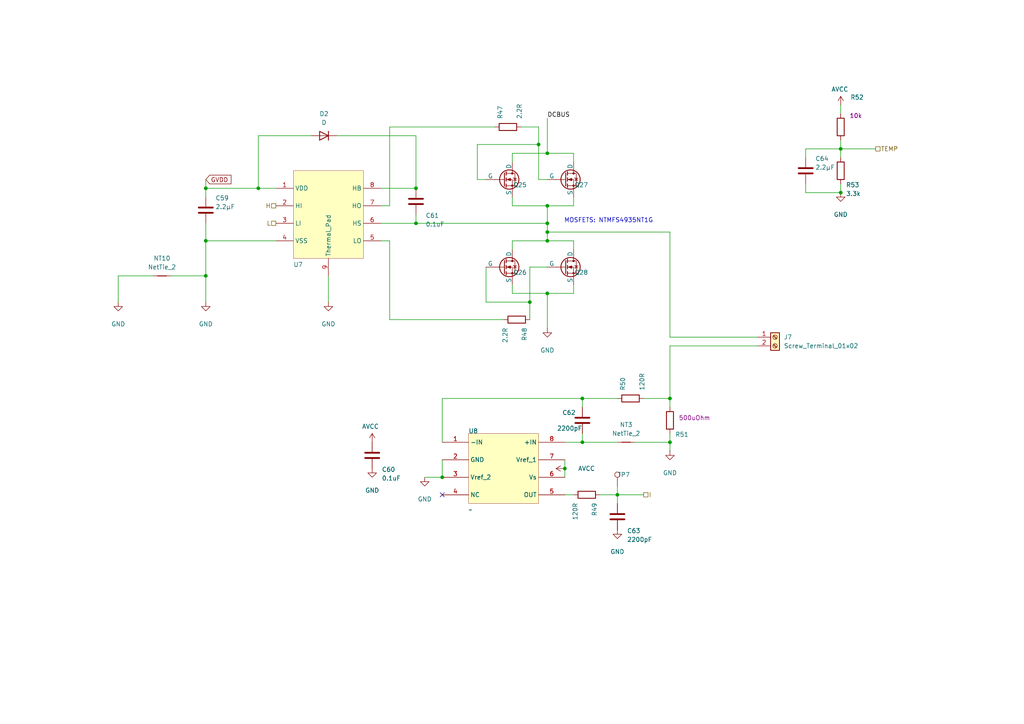
<source format=kicad_sch>
(kicad_sch (version 20231120) (generator "eeschema") (generator_version "8.0")
  (paper "A4")
  (lib_symbols
    (symbol "Connector:Screw_Terminal_01x02" (pin_names (offset 1.016) hide)
      (property "Reference" "J" (at 0 2.54 0))
      (property "Value" "Screw_Terminal_01x02" (at 0 -5.08 0))
      (symbol "Screw_Terminal_01x02_1_1"
        (rectangle (start -1.27 1.27) (end 1.27 -3.81) (stroke (width 0.254)) (fill (type background)))
        (circle (center 0 -2.54) (radius 0.635) (stroke (width 0.1524)))
        (polyline (pts (xy -0.5334 -2.2098) (xy 0.3302 -3.048)) (stroke (width 0.1524)))
        (polyline (pts (xy -0.5334 0.3302) (xy 0.3302 -0.508)) (stroke (width 0.1524)))
        (polyline (pts (xy -0.3556 -2.032) (xy 0.508 -2.8702)) (stroke (width 0.1524)))
        (polyline (pts (xy -0.3556 0.508) (xy 0.508 -0.3302)) (stroke (width 0.1524)))
        (circle (center 0 0) (radius 0.635) (stroke (width 0.1524)))
        (pin passive line (at -5.08 0 0) (length 3.81) (name "Pin_1") (number "1"))
        (pin passive line (at -5.08 -2.54 0) (length 3.81) (name "Pin_2") (number "2"))
      )
    )
    (symbol "Connector:TestPoint" (pin_numbers hide) (pin_names (offset 0.762) hide)
      (property "Reference" "TP" (at 0 6.858 0))
      (property "Value" "TestPoint" (at 0 5.08 0))
      (symbol "TestPoint_0_1"
        (circle (center 0 3.302) (radius 0.762))
      )
      (symbol "TestPoint_1_1"
        (pin passive line (at 0 0 90) (length 2.54) (name "1") (number "1"))
      )
    )
    (symbol "CustomNMOS:NMOS_1" (pin_numbers hide) (pin_names (offset 0))
      (property "Reference" "Q1" (at 2.794 0.254 0))
      (symbol "NMOS_1_0_1"
        (polyline (pts (xy 0.254 0) (xy -2.54 0)))
        (polyline (pts (xy 0.254 1.905) (xy 0.254 -1.905)) (stroke (width 0.254)))
        (polyline (pts (xy 0.762 -1.27) (xy 0.762 -2.286)) (stroke (width 0.254)))
        (polyline (pts (xy 0.762 0.508) (xy 0.762 -0.508)) (stroke (width 0.254)))
        (polyline (pts (xy 0.762 2.286) (xy 0.762 1.27)) (stroke (width 0.254)))
        (polyline (pts (xy 2.54 2.54) (xy 2.54 1.778)))
        (polyline (pts (xy 2.54 -2.54) (xy 2.54 0) (xy 0.762 0)))
        (polyline (pts (xy 0.762 -1.778) (xy 3.302 -1.778) (xy 3.302 1.778) (xy 0.762 1.778)))
        (polyline (pts (xy 1.016 0) (xy 2.032 0.381) (xy 2.032 -0.381) (xy 1.016 0)) (fill (type outline)))
        (polyline (pts (xy 2.794 0.508) (xy 2.921 0.381) (xy 3.683 0.381) (xy 3.81 0.254)))
        (polyline (pts (xy 3.302 0.381) (xy 2.921 -0.254) (xy 3.683 -0.254) (xy 3.302 0.381)))
        (circle (center 1.651 0) (radius 2.794) (stroke (width 0.254)))
        (circle (center 2.54 -1.778) (radius 0.254) (fill (type outline)))
        (circle (center 2.54 1.778) (radius 0.254) (fill (type outline)))
      )
      (symbol "NMOS_1_1_1"
        (pin passive line (at 2.54 -5.08 90) (length 2.54) (name "S") (number "1"))
        (pin input line (at -5.08 0 0) (length 2.54) (name "G") (number "4"))
        (pin passive line (at 2.54 5.08 270) (length 2.54) (name "D") (number "5"))
      )
    )
    (symbol "Device:C" (pin_numbers hide) (pin_names (offset 0.254))
      (property "Reference" "C" (at 0.635 2.54 0))
      (property "Value" "C" (at 0.635 -2.54 0))
      (symbol "C_0_1"
        (polyline (pts (xy -2.032 -0.762) (xy 2.032 -0.762)) (stroke (width 0.508)))
        (polyline (pts (xy -2.032 0.762) (xy 2.032 0.762)) (stroke (width 0.508)))
      )
      (symbol "C_1_1"
        (pin passive line (at 0 3.81 270) (length 2.794) (name "~") (number "1"))
        (pin passive line (at 0 -3.81 90) (length 2.794) (name "~") (number "2"))
      )
    )
    (symbol "Device:D" (pin_numbers hide) (pin_names (offset 1.016) hide)
      (property "Reference" "D" (at 0 2.54 0))
      (property "Value" "D" (at 0 -2.54 0))
      (symbol "D_0_1"
        (polyline (pts (xy -1.27 1.27) (xy -1.27 -1.27)) (stroke (width 0.254)))
        (polyline (pts (xy 1.27 0) (xy -1.27 0)))
        (polyline (pts (xy 1.27 1.27) (xy 1.27 -1.27) (xy -1.27 0) (xy 1.27 1.27)) (stroke (width 0.254)))
      )
      (symbol "D_1_1"
        (pin passive line (at -3.81 0 0) (length 2.54) (name "K") (number "1"))
        (pin passive line (at 3.81 0 180) (length 2.54) (name "A") (number "2"))
      )
    )
    (symbol "Device:NetTie_2" (pin_numbers hide) (pin_names (offset 0) hide) (in_bom no)
      (property "Reference" "NT" (at 0 1.27 0))
      (property "Value" "NetTie_2" (at 0 -1.27 0))
      (symbol "NetTie_2_0_1"
        (polyline (pts (xy -1.27 0) (xy 1.27 0)) (stroke (width 0.254)))
      )
      (symbol "NetTie_2_1_1"
        (pin passive line (at -2.54 0 0) (length 2.54) (name "1") (number "1"))
        (pin passive line (at 2.54 0 180) (length 2.54) (name "2") (number "2"))
      )
    )
    (symbol "Device:R" (pin_numbers hide) (pin_names (offset 0))
      (property "Reference" "R" (at 2.032 0 90))
      (property "Value" "R" (at 0 0 90))
      (symbol "R_0_1"
        (rectangle (start -1.016 -2.54) (end 1.016 2.54) (stroke (width 0.254)))
      )
      (symbol "R_1_1"
        (pin passive line (at 0 3.81 270) (length 1.27) (name "~") (number "1"))
        (pin passive line (at 0 -3.81 90) (length 1.27) (name "~") (number "2"))
      )
    )
    (symbol "Top-altium-import:Aux_0_AD8418WBRZ"
      (symbol "Aux_0_AD8418WBRZ_1_0"
        (rectangle (start 20.32 20.32) (end 0 0) (stroke (width 0.0254) (color 128 0 0 1)) (fill (type background)))
        (pin passive line (at -7.62 17.78 0) (length 7.62) (name "-IN") (number "1"))
        (pin passive line (at -7.62 12.7 0) (length 7.62) (name "GND") (number "2"))
        (pin passive line (at -7.62 7.62 0) (length 7.62) (name "Vref_2") (number "3"))
        (pin passive line (at -7.62 2.54 0) (length 7.62) (name "NC") (number "4"))
        (pin passive line (at 27.94 2.54 180) (length 7.62) (name "OUT") (number "5"))
        (pin passive line (at 27.94 7.62 180) (length 7.62) (name "Vs") (number "6"))
        (pin passive line (at 27.94 12.7 180) (length 7.62) (name "Vref_1") (number "7"))
        (pin passive line (at 27.94 17.78 180) (length 7.62) (name "+IN") (number "8"))
      )
    )
    (symbol "Top-altium-import:Aux_0_LM5109BSD/NOPB"
      (symbol "Aux_0_LM5109BSD/NOPB_1_0"
        (rectangle (start 20.32 25.4) (end 0 0) (stroke (width 0.0254) (color 128 0 0 1)) (fill (type background)))
        (pin passive line (at -5.08 20.32 0) (length 5.08) (name "VDD") (number "1"))
        (pin passive line (at -5.08 15.24 0) (length 5.08) (name "HI") (number "2"))
        (pin passive line (at -5.08 10.16 0) (length 5.08) (name "LI") (number "3"))
        (pin passive line (at -5.08 5.08 0) (length 5.08) (name "VSS") (number "4"))
        (pin passive line (at 25.4 5.08 180) (length 5.08) (name "LO") (number "5"))
        (pin passive line (at 25.4 10.16 180) (length 5.08) (name "HS") (number "6"))
        (pin passive line (at 25.4 15.24 180) (length 5.08) (name "HO") (number "7"))
        (pin passive line (at 25.4 20.32 180) (length 5.08) (name "HB") (number "8"))
        (pin passive line (at 10.16 -5.08 90) (length 5.08) (name "Thermal_Pad") (number "9"))
      )
    )
    (symbol "power:GND" (power) (pin_numbers hide) (pin_names (offset 0) hide)
      (property "Value" "GND" (at 0 -3.81 0))
      (symbol "GND_0_1"
        (polyline (pts (xy 0 0) (xy 0 -1.27) (xy 1.27 -1.27) (xy 0 -2.54) (xy -1.27 -1.27) (xy 0 -1.27)))
      )
      (symbol "GND_1_1"
        (pin power_in line (at 0 0 270) (length 0) (name "~") (number "1"))
      )
    )
    (symbol "power:VCC" (power) (pin_numbers hide) (pin_names (offset 0) hide)
      (property "Value" "VCC" (at 0 3.556 0))
      (symbol "VCC_0_1"
        (polyline (pts (xy -0.762 1.27) (xy 0 2.54)))
        (polyline (pts (xy 0 0) (xy 0 2.54)))
        (polyline (pts (xy 0 2.54) (xy 0.762 1.27)))
      )
      (symbol "VCC_1_1"
        (pin power_in line (at 0 0 90) (length 0) (name "~") (number "1"))
      )
    )
  )
  (junction (at 153.67 87.63))
  (junction (at 158.75 59.69))
  (junction (at 168.91 115.57))
  (junction (at 158.75 44.45))
  (junction (at 158.75 67.31))
  (junction (at 163.83 135.89))
  (junction (at 158.75 69.85))
  (junction (at 59.69 69.85))
  (junction (at 120.65 64.77))
  (junction (at 74.93 54.61))
  (junction (at 59.69 80.01))
  (junction (at 158.75 85.09))
  (junction (at 194.31 115.57))
  (junction (at 243.84 43.18))
  (junction (at 179.07 143.51))
  (junction (at 194.31 128.27))
  (junction (at 243.84 55.88))
  (junction (at 156.21 41.91))
  (junction (at 120.65 54.61))
  (junction (at 158.75 64.77))
  (junction (at 59.69 54.61))
  (junction (at 168.91 128.27))
  (junction (at 128.27 138.43))
  (no_connect (at 128.27 143.51))
  (wire (pts (xy 110.49 59.69) (xy 113.03 59.69)))
  (wire (pts (xy 243.84 30.48) (xy 243.84 33.02)))
  (wire (pts (xy 74.93 39.37) (xy 90.17 39.37)))
  (wire (pts (xy 156.21 52.07) (xy 156.21 41.91)))
  (wire (pts (xy 186.69 115.57) (xy 194.31 115.57)))
  (wire (pts (xy 168.91 115.57) (xy 128.27 115.57)))
  (wire (pts (xy 153.67 92.71) (xy 153.67 87.63)))
  (wire (pts (xy 148.59 82.55) (xy 148.59 85.09)))
  (wire (pts (xy 74.93 39.37) (xy 74.93 54.61)))
  (wire (pts (xy 153.67 77.47) (xy 158.75 77.47)))
  (wire (pts (xy 113.03 36.83) (xy 143.51 36.83)))
  (wire (pts (xy 156.21 41.91) (xy 138.43 41.91)))
  (wire (pts (xy 194.31 100.33) (xy 219.71 100.33)))
  (wire (pts (xy 148.59 59.69) (xy 158.75 59.69)))
  (wire (pts (xy 80.01 54.61) (xy 74.93 54.61)))
  (wire (pts (xy 148.59 69.85) (xy 158.75 69.85)))
  (wire (pts (xy 243.84 43.18) (xy 254 43.18)))
  (wire (pts (xy 158.75 85.09) (xy 166.37 85.09)))
  (wire (pts (xy 97.79 39.37) (xy 120.65 39.37)))
  (wire (pts (xy 120.65 39.37) (xy 120.65 54.61)))
  (wire (pts (xy 151.13 36.83) (xy 156.21 36.83)))
  (wire (pts (xy 166.37 44.45) (xy 166.37 46.99)))
  (wire (pts (xy 148.59 44.45) (xy 158.75 44.45)))
  (wire (pts (xy 194.31 125.73) (xy 194.31 128.27)))
  (wire (pts (xy 138.43 52.07) (xy 140.97 52.07)))
  (wire (pts (xy 233.68 55.88) (xy 233.68 53.34)))
  (wire (pts (xy 166.37 69.85) (xy 166.37 72.39)))
  (wire (pts (xy 156.21 36.83) (xy 156.21 41.91)))
  (wire (pts (xy 59.69 52.07) (xy 59.69 54.61)))
  (wire (pts (xy 243.84 53.34) (xy 243.84 55.88)))
  (wire (pts (xy 113.03 92.71) (xy 113.03 69.85)))
  (wire (pts (xy 110.49 64.77) (xy 120.65 64.77)))
  (wire (pts (xy 113.03 69.85) (xy 110.49 69.85)))
  (wire (pts (xy 148.59 46.99) (xy 148.59 44.45)))
  (wire (pts (xy 59.69 69.85) (xy 59.69 64.77)))
  (wire (pts (xy 158.75 59.69) (xy 166.37 59.69)))
  (wire (pts (xy 34.29 80.01) (xy 34.29 87.63)))
  (wire (pts (xy 120.65 64.77) (xy 120.65 62.23)))
  (wire (pts (xy 168.91 115.57) (xy 179.07 115.57)))
  (wire (pts (xy 59.69 80.01) (xy 59.69 69.85)))
  (wire (pts (xy 233.68 43.18) (xy 243.84 43.18)))
  (wire (pts (xy 153.67 87.63) (xy 153.67 77.47)))
  (wire (pts (xy 113.03 59.69) (xy 113.03 36.83)))
  (wire (pts (xy 179.07 140.97) (xy 179.07 143.51)))
  (wire (pts (xy 243.84 40.64) (xy 243.84 43.18)))
  (wire (pts (xy 128.27 115.57) (xy 128.27 128.27)))
  (wire (pts (xy 173.99 143.51) (xy 179.07 143.51)))
  (wire (pts (xy 95.25 87.63) (xy 95.25 80.01)))
  (wire (pts (xy 163.83 135.89) (xy 163.83 133.35)))
  (wire (pts (xy 49.53 80.01) (xy 59.69 80.01)))
  (wire (pts (xy 194.31 100.33) (xy 194.31 115.57)))
  (wire (pts (xy 148.59 85.09) (xy 158.75 85.09)))
  (wire (pts (xy 166.37 85.09) (xy 166.37 82.55)))
  (wire (pts (xy 158.75 85.09) (xy 158.75 95.25)))
  (wire (pts (xy 113.03 92.71) (xy 146.05 92.71)))
  (wire (pts (xy 140.97 87.63) (xy 153.67 87.63)))
  (wire (pts (xy 80.01 69.85) (xy 59.69 69.85)))
  (wire (pts (xy 179.07 143.51) (xy 179.07 146.05)))
  (wire (pts (xy 158.75 44.45) (xy 166.37 44.45)))
  (wire (pts (xy 194.31 67.31) (xy 194.31 97.79)))
  (wire (pts (xy 158.75 67.31) (xy 158.75 69.85)))
  (wire (pts (xy 184.15 128.27) (xy 194.31 128.27)))
  (wire (pts (xy 120.65 64.77) (xy 158.75 64.77)))
  (wire (pts (xy 243.84 43.18) (xy 243.84 45.72)))
  (wire (pts (xy 140.97 77.47) (xy 140.97 87.63)))
  (wire (pts (xy 148.59 57.15) (xy 148.59 59.69)))
  (wire (pts (xy 148.59 72.39) (xy 148.59 69.85)))
  (wire (pts (xy 233.68 45.72) (xy 233.68 43.18)))
  (wire (pts (xy 59.69 54.61) (xy 59.69 57.15)))
  (wire (pts (xy 168.91 115.57) (xy 168.91 118.11)))
  (wire (pts (xy 74.93 54.61) (xy 59.69 54.61)))
  (wire (pts (xy 158.75 64.77) (xy 158.75 67.31)))
  (wire (pts (xy 158.75 52.07) (xy 156.21 52.07)))
  (wire (pts (xy 194.31 118.11) (xy 194.31 115.57)))
  (wire (pts (xy 128.27 138.43) (xy 123.19 138.43)))
  (wire (pts (xy 158.75 44.45) (xy 158.75 34.29)))
  (wire (pts (xy 194.31 130.81) (xy 194.31 128.27)))
  (wire (pts (xy 166.37 143.51) (xy 163.83 143.51)))
  (wire (pts (xy 163.83 138.43) (xy 163.83 135.89)))
  (wire (pts (xy 128.27 133.35) (xy 128.27 138.43)))
  (wire (pts (xy 194.31 97.79) (xy 219.71 97.79)))
  (wire (pts (xy 166.37 59.69) (xy 166.37 57.15)))
  (wire (pts (xy 158.75 59.69) (xy 158.75 64.77)))
  (wire (pts (xy 163.83 128.27) (xy 168.91 128.27)))
  (wire (pts (xy 243.84 55.88) (xy 233.68 55.88)))
  (wire (pts (xy 179.07 143.51) (xy 186.69 143.51)))
  (wire (pts (xy 168.91 128.27) (xy 179.07 128.27)))
  (wire (pts (xy 168.91 128.27) (xy 168.91 125.73)))
  (wire (pts (xy 138.43 41.91) (xy 138.43 52.07)))
  (wire (pts (xy 158.75 67.31) (xy 194.31 67.31)))
  (wire (pts (xy 34.29 80.01) (xy 44.45 80.01)))
  (wire (pts (xy 120.65 54.61) (xy 110.49 54.61)))
  (wire (pts (xy 59.69 87.63) (xy 59.69 80.01)))
  (wire (pts (xy 158.75 69.85) (xy 166.37 69.85)))
  (text "MOSFETS: NTMFS4935NT1G" (at 176.53 64.77 0) (effects (font (size 1.27 1.27)) (justify bottom)))
  (label "DCBUS" (at 158.75 34.29 0))
  (global_label "GVDD" (shape input) (at 59.69 52.07 0) (property "Intersheetrefs" "${INTERSHEET_REFS}" (effects (hide yes))))
  (hierarchical_label "H" (shape passive) (at 80.01 59.69 180))
  (hierarchical_label "L" (shape passive) (at 80.01 64.77 180))
  (hierarchical_label "I" (shape passive) (at 186.69 143.51 0))
  (hierarchical_label "TEMP" (shape passive) (at 254 43.18 0))
  (symbol (lib_id "Device:R") (at 147.32 36.83 90) (unit 1)
    (property "Reference" "R47" (at 145.796 34.544 0) (effects (justify left bottom)))
    (property "Value" "2.2R" (at 151.384 34.544 0) (effects (justify left bottom)))
    (property "Footprint" "Resistor_SMD:R_0603_1608Metric" (effects (hide yes)))
    (property "Description" "RES SMD 2.2 OHM 1% 1/10W 0603" (effects (hide yes)))
    (property "SUPPLIER 1" "Digi-Key" (effects (hide yes)))
    (property "SUPPLIER PART NUMBER 1" "311-2.2HRCT-ND" (effects (hide yes)))
    (property "MANUFACTURER" "Yageo" (effects (hide yes)))
    (property "MANUFACTURER PART NUMBER" "RC0603FR-072R2L" (effects (hide yes)))
    (property "ROHS" "RoHS Compliant" (effects (hide yes)))
    (property "CATEGORY" "Resistors" (effects (hide yes)))
    (property "STOCK 1" "16531" (effects (hide yes)))
    (property "PRICING 1" "1=0.1, 10=0.02, 25=0.0144, 100=0.0082, 250=0.00624, 500=0.00498, 1000=0.00367, 2500=0.00319 (USD)" (effects (hide yes)))
    (property "PACKAGING" "Cut Tape (CT)" (effects (hide yes)))
    (property "RESISTANCE (OHMS)" "2.2" (effects (hide yes)))
    (property "TOLERANCE" "±1%" (effects (hide yes)))
    (property "POWER (WATTS)" "0.1W, 1/10W" (effects (hide yes)))
    (property "COMPOSITION" "Thick Film" (effects (hide yes)))
    (property "FEATURES" "Moisture Resistant" (effects (hide yes)))
    (property "TEMPERATURE COEFFICIENT" "±200ppm/°C" (effects (hide yes)))
    (property "OPERATING TEMPERATURE" "-55°C ~ 155°C" (effects (hide yes)))
    (property "PACKAGE / CASE" "0603 (1608 Metric)" (effects (hide yes)))
    (property "SUPPLIER DEVICE PACKAGE" "0603" (effects (hide yes)))
    (property "SIZE / DIMENSION" "0.063\" L x 0.031\" W (1.60mm x 0.80mm)" (effects (hide yes)))
    (property "HEIGHT" "0.022\" (0.55mm)" (effects (hide yes)))
    (property "NUMBER OF TERMINATIONS" "2" (effects (hide yes)))
    (property "COMPONENTLINK1URL" "http://www.yageo.com/documents/recent/PYu-RC_Group_51_RoHS_L_04.pdf" (effects (hide yes)))
    (property "COMPONENTLINK1DESCRIPTION" "http://www.yageo.com/documents/recent/PYu-RC_Group_51_RoHS_L_04.pdf" (effects (hide yes)))
  )
  (symbol (lib_id "CustomNMOS:NMOS_1") (at 163.83 52.07 0) (unit 1)
    (property "Reference" "Q27" (at 166.624 54.356 0) (effects (justify left bottom)))
    (property "Footprint" "Package_SO:ONSemi_SO-8FL_488AA" (effects (hide yes)))
    (property "Description" "MOSFET N-CH 30V 13A SO8FL" (effects (hide yes)))
    (property "SUPPLIER 1" "Digi-Key" (effects (hide yes)))
    (property "SUPPLIER PART NUMBER 1" "NTMFS4935NT1GOSCT-ND" (effects (hide yes)))
    (property "MANUFACTURER" "ON Semiconductor" (effects (hide yes)))
    (property "ROHS" "RoHS Compliant" (effects (hide yes)))
    (property "CATEGORY" "Discrete Semiconductor Products" (effects (hide yes)))
    (property "STOCK 1" "932" (effects (hide yes)))
    (property "PRICING 1" "1=0.61, 10=0.541, 100=0.4145, 500=0.3277 (USD)" (effects (hide yes)))
    (property "PACKAGING" "Cut Tape (CT)" (effects (hide yes)))
    (property "PART STATUS" "Active" (effects (hide yes)))
    (property "FET TYPE" "N-Channel" (effects (hide yes)))
    (property "TECHNOLOGY" "MOSFET (Metal Oxide)" (effects (hide yes)))
    (property "DRAIN TO SOURCE VOLTAGE (VDSS)" "30V" (effects (hide yes)))
    (property "CURRENT - CONTINUOUS DRAIN (ID) @ 25°C" "13A (Ta), 93A (Tc)" (effects (hide yes)))
    (property "DRIVE VOLTAGE (MAX RDS ON,  MIN RDS ON)" "4.5V, 10V" (effects (hide yes)))
    (property "VGS(TH) (MAX) @ ID" "2.2V @ 250µA" (effects (hide yes)))
    (property "GATE CHARGE (QG) (MAX) @ VGS" "49.4nC @ 10V" (effects (hide yes)))
    (property "INPUT CAPACITANCE (CISS) (MAX) @ VDS" "4850pF @ 15V" (effects (hide yes)))
    (property "VGS (MAX)" "±20V" (effects (hide yes)))
    (property "FET FEATURE" "-" (effects (hide yes)))
    (property "POWER DISSIPATION (MAX)" "930mW (Ta), 48W (Tc)" (effects (hide yes)))
    (property "RDS ON (MAX) @ ID, VGS" "3.2 mOhm @ 30A, 10V" (effects (hide yes)))
    (property "OPERATING TEMPERATURE" "-55°C ~ 150°C (TJ)" (effects (hide yes)))
    (property "MOUNTING TYPE" "Surface Mount" (effects (hide yes)))
    (property "SUPPLIER DEVICE PACKAGE" "5-DFN (5x6) (8-SOFL)" (effects (hide yes)))
    (property "PACKAGE / CASE" "8-PowerTDFN, 5 Leads" (effects (hide yes)))
    (property "COMPONENTLINK1URL" "http://www.onsemi.com/pub_link/Collateral/NTMFS4935N-D.PDF" (effects (hide yes)))
    (property "COMPONENTLINK1DESCRIPTION" "http://www.onsemi.com/pub_link/Collateral/NTMFS4935N-D.PDF" (effects (hide yes)))
    (property "MANUFACTURER PART NUMBER" "NTMFS4935NT1G" (effects (hide yes)))
  )
  (symbol (lib_id "power:GND") (at 194.31 130.81 0) (unit 1)
    (property "Reference" "#PWR097" (effects (hide yes)))
    (property "Value" "GND" (at 194.31 137.16 0))
  )
  (symbol (lib_id "Top-altium-import:Aux_0_AD8418WBRZ") (at 135.89 146.05 0) (unit 1)
    (property "Reference" "U8" (at 135.89 125.73 0) (effects (justify left bottom)))
    (property "Value" "~" (at 135.89 148.59 0) (effects (justify left bottom)))
    (property "Footprint" "Package_SO:SOIC-8_3.9x4.9mm_P1.27mm" (effects (hide yes)))
    (property "Description" "ANALOG DEVICES Current Sense Amplifier, Bidirectional, 1, 130 µA, NSOIC" (effects (hide yes)))
  )
  (symbol (lib_id "power:GND") (at 158.75 95.25 0) (unit 1)
    (property "Reference" "#PWR094" (effects (hide yes)))
    (property "Value" "GND" (at 158.75 101.6 0))
  )
  (symbol (lib_id "power:GND") (at 243.84 55.88 0) (unit 1)
    (property "Reference" "#PWR099" (effects (hide yes)))
    (property "Value" "GND" (at 243.84 62.23 0))
  )
  (symbol (lib_id "Device:R") (at 149.86 92.71 270) (unit 1)
    (property "Reference" "R48" (at 151.384 94.996 0) (effects (justify left bottom)))
    (property "Value" "2.2R" (at 145.796 94.996 0) (effects (justify left bottom)))
    (property "Footprint" "Resistor_SMD:R_0603_1608Metric" (effects (hide yes)))
    (property "Description" "RES SMD 2.2 OHM 1% 1/10W 0603" (effects (hide yes)))
    (property "SUPPLIER 1" "Digi-Key" (effects (hide yes)))
    (property "SUPPLIER PART NUMBER 1" "311-2.2HRCT-ND" (effects (hide yes)))
    (property "MANUFACTURER" "Yageo" (effects (hide yes)))
    (property "MANUFACTURER PART NUMBER" "RC0603FR-072R2L" (effects (hide yes)))
    (property "ROHS" "RoHS Compliant" (effects (hide yes)))
    (property "CATEGORY" "Resistors" (effects (hide yes)))
    (property "STOCK 1" "16531" (effects (hide yes)))
    (property "PRICING 1" "1=0.1, 10=0.02, 25=0.0144, 100=0.0082, 250=0.00624, 500=0.00498, 1000=0.00367, 2500=0.00319 (USD)" (effects (hide yes)))
    (property "PACKAGING" "Cut Tape (CT)" (effects (hide yes)))
    (property "RESISTANCE (OHMS)" "2.2" (effects (hide yes)))
    (property "TOLERANCE" "±1%" (effects (hide yes)))
    (property "POWER (WATTS)" "0.1W, 1/10W" (effects (hide yes)))
    (property "COMPOSITION" "Thick Film" (effects (hide yes)))
    (property "FEATURES" "Moisture Resistant" (effects (hide yes)))
    (property "TEMPERATURE COEFFICIENT" "±200ppm/°C" (effects (hide yes)))
    (property "OPERATING TEMPERATURE" "-55°C ~ 155°C" (effects (hide yes)))
    (property "PACKAGE / CASE" "0603 (1608 Metric)" (effects (hide yes)))
    (property "SUPPLIER DEVICE PACKAGE" "0603" (effects (hide yes)))
    (property "SIZE / DIMENSION" "0.063\" L x 0.031\" W (1.60mm x 0.80mm)" (effects (hide yes)))
    (property "HEIGHT" "0.022\" (0.55mm)" (effects (hide yes)))
    (property "NUMBER OF TERMINATIONS" "2" (effects (hide yes)))
    (property "COMPONENTLINK1URL" "http://www.yageo.com/documents/recent/PYu-RC_Group_51_RoHS_L_04.pdf" (effects (hide yes)))
    (property "COMPONENTLINK1DESCRIPTION" "http://www.yageo.com/documents/recent/PYu-RC_Group_51_RoHS_L_04.pdf" (effects (hide yes)))
  )
  (symbol (lib_id "CustomNMOS:NMOS_1") (at 163.83 77.47 0) (unit 1)
    (property "Reference" "Q28" (at 166.624 79.756 0) (effects (justify left bottom)))
    (property "Footprint" "Package_SO:ONSemi_SO-8FL_488AA" (effects (hide yes)))
    (property "Description" "MOSFET N-CH 30V 13A SO8FL" (effects (hide yes)))
    (property "SUPPLIER 1" "Digi-Key" (effects (hide yes)))
    (property "SUPPLIER PART NUMBER 1" "NTMFS4935NT1GOSCT-ND" (effects (hide yes)))
    (property "MANUFACTURER" "ON Semiconductor" (effects (hide yes)))
    (property "ROHS" "RoHS Compliant" (effects (hide yes)))
    (property "CATEGORY" "Discrete Semiconductor Products" (effects (hide yes)))
    (property "STOCK 1" "932" (effects (hide yes)))
    (property "PRICING 1" "1=0.61, 10=0.541, 100=0.4145, 500=0.3277 (USD)" (effects (hide yes)))
    (property "PACKAGING" "Cut Tape (CT)" (effects (hide yes)))
    (property "PART STATUS" "Active" (effects (hide yes)))
    (property "FET TYPE" "N-Channel" (effects (hide yes)))
    (property "TECHNOLOGY" "MOSFET (Metal Oxide)" (effects (hide yes)))
    (property "DRAIN TO SOURCE VOLTAGE (VDSS)" "30V" (effects (hide yes)))
    (property "CURRENT - CONTINUOUS DRAIN (ID) @ 25°C" "13A (Ta), 93A (Tc)" (effects (hide yes)))
    (property "DRIVE VOLTAGE (MAX RDS ON,  MIN RDS ON)" "4.5V, 10V" (effects (hide yes)))
    (property "VGS(TH) (MAX) @ ID" "2.2V @ 250µA" (effects (hide yes)))
    (property "GATE CHARGE (QG) (MAX) @ VGS" "49.4nC @ 10V" (effects (hide yes)))
    (property "INPUT CAPACITANCE (CISS) (MAX) @ VDS" "4850pF @ 15V" (effects (hide yes)))
    (property "VGS (MAX)" "±20V" (effects (hide yes)))
    (property "FET FEATURE" "-" (effects (hide yes)))
    (property "POWER DISSIPATION (MAX)" "930mW (Ta), 48W (Tc)" (effects (hide yes)))
    (property "RDS ON (MAX) @ ID, VGS" "3.2 mOhm @ 30A, 10V" (effects (hide yes)))
    (property "OPERATING TEMPERATURE" "-55°C ~ 150°C (TJ)" (effects (hide yes)))
    (property "MOUNTING TYPE" "Surface Mount" (effects (hide yes)))
    (property "SUPPLIER DEVICE PACKAGE" "5-DFN (5x6) (8-SOFL)" (effects (hide yes)))
    (property "PACKAGE / CASE" "8-PowerTDFN, 5 Leads" (effects (hide yes)))
    (property "COMPONENTLINK1URL" "http://www.onsemi.com/pub_link/Collateral/NTMFS4935N-D.PDF" (effects (hide yes)))
    (property "COMPONENTLINK1DESCRIPTION" "http://www.onsemi.com/pub_link/Collateral/NTMFS4935N-D.PDF" (effects (hide yes)))
    (property "MANUFACTURER PART NUMBER" "NTMFS4935NT1G" (effects (hide yes)))
  )
  (symbol (lib_id "Device:C") (at 120.65 58.42 0) (unit 1)
    (property "Reference" "C61" (at 123.444 63.246 0) (effects (justify left bottom)))
    (property "Value" "${CAPACITANCE}" (at 123.444 65.786 0) (effects (justify left bottom)))
    (property "Footprint" "Capacitor_SMD:C_0603_1608Metric" (effects (hide yes)))
    (property "Description" "CAP CER 0.1UF 50V X7R 0603" (effects (hide yes)))
    (property "SUPPLIER 1" "Digi-Key" (effects (hide yes)))
    (property "SUPPLIER PART NUMBER 1" "490-1519-2-ND" (effects (hide yes)))
    (property "MANUFACTURER" "Murata Electronics North America" (effects (hide yes)))
    (property "MANUFACTURER PART NUMBER" "GRM188R71H104KA93D" (effects (hide yes)))
    (property "ROHS" "RoHS Compliant" (effects (hide yes)))
    (property "CATEGORY" "Capacitors" (effects (hide yes)))
    (property "PRICING 1" "4000=0.01822, 8000=0.01663, 12000=0.01584 (USD)" (effects (hide yes)))
    (property "PACKAGING" "Tape & Reel (TR)" (effects (hide yes)))
    (property "CAPACITANCE" "0.1uF" (effects (hide yes)))
    (property "TOLERANCE" "±10%" (effects (hide yes)))
    (property "VOLTAGE - RATED" "50V" (effects (hide yes)))
    (property "TEMPERATURE COEFFICIENT" "X7R" (effects (hide yes)))
    (property "MOUNTING TYPE" "Surface Mount, MLCC" (effects (hide yes)))
    (property "OPERATING TEMPERATURE" "-55°C ~ 125°C" (effects (hide yes)))
    (property "APPLICATIONS" "General Purpose" (effects (hide yes)))
    (property "RATINGS" "-" (effects (hide yes)))
    (property "PACKAGE / CASE" "0603 (1608 Metric)" (effects (hide yes)))
    (property "SIZE / DIMENSION" "0.063\" L x 0.032\" W (1.60mm x 0.80mm)" (effects (hide yes)))
    (property "HEIGHT - SEATED (MAX)" "-" (effects (hide yes)))
    (property "THICKNESS (MAX)" "0.035\" (0.90mm)" (effects (hide yes)))
    (property "LEAD SPACING" "-" (effects (hide yes)))
    (property "FEATURES" "-" (effects (hide yes)))
    (property "LEAD STYLE" "-" (effects (hide yes)))
    (property "COMPONENTLINK1URL" "http://www.murata.com/~/media/webrenewal/support/library/catalog/products/capacitor/mlcc/c02e.ashx?la=en-us" (effects (hide yes)))
    (property "COMPONENTLINK1DESCRIPTION" "http://www.murata.com/~/media/webrenewal/support/library/catalog/products/capacitor/mlcc/c02e.ashx?la=en-us" (effects (hide yes)))
    (property "STOCK" "19812000" (effects (hide yes)))
    (property "PART STATUS" "Active" (effects (hide yes)))
    (property "SUPPLIER 2" "Digi-Key" (effects (hide yes)))
    (property "SUPPLIER PART NUMBER 2" "490-1519-1-ND" (effects (hide yes)))
    (property "PRICING 2" "1=0.12, 10=0.084, 100=0.0396, 500=0.02778, 1000=0.023 (USD)" (effects (hide yes)))
  )
  (symbol (lib_id "Connector:TestPoint") (at 179.07 140.97 0) (unit 1)
    (property "Reference" "TP7" (at 179.07 138.43 0) (effects (justify left bottom)))
    (property "Value" "TESTPOINT" (effects (hide yes)))
    (property "Footprint" "TestPoint:TestPoint_Pad_1.0x1.0mm" (effects (hide yes)))
    (property "Description" "SMD test pin" (effects (hide yes)))
  )
  (symbol (lib_id "Device:R") (at 243.84 36.83 0) (unit 1)
    (property "Reference" "R52" (at 246.634 28.956 0) (effects (justify left bottom)))
    (property "Value" "10k" (effects (hide yes)))
    (property "Footprint" "Resistor_SMD:R_0402_1005Metric" (effects (hide yes)))
    (property "Description" "THERMISTOR 10K OHM NTC 0402 SMD" (effects (hide yes)))
    (property "ALTIUM_VALUE" "10k" (at 246.38 34.29 0) (effects (justify left bottom)))
  )
  (symbol (lib_id "Device:NetTie_2") (at 46.99 80.01 0) (unit 1) (in_bom no)
    (property "Reference" "NT10" (at 46.99 74.93 0))
    (property "Value" "NetTie_2" (at 46.99 77.47 0))
    (property "Footprint" "NetTie:NetTie-2_SMD_Pad0.5mm" (effects (hide yes)))
    (property "Description" "Net tie, 2 pins" (effects (hide yes)))
  )
  (symbol (lib_id "power:VCC") (at 243.84 30.48 0) (unit 1)
    (property "Reference" "#PWR098" (effects (hide yes)))
    (property "Value" "AVCC" (at 243.586 25.908 0))
  )
  (symbol (lib_id "Connector:Screw_Terminal_01x02") (at 224.79 97.79 0) (unit 1)
    (property "Reference" "J7" (at 227.33 97.7899 0) (effects (justify left)))
    (property "Value" "Screw_Terminal_01x02" (at 227.33 100.3299 0) (effects (justify left)))
    (property "Footprint" "TerminalBlock_MetzConnect:TerminalBlock_MetzConnect_Type011_RT05502HBWC_1x02_P5.00mm_Horizontal" (effects (hide yes)))
    (property "Description" "Generic screw terminal, single row, 01x02, script generated (kicad-library-utils/schlib/autogen/connector/)" (effects (hide yes)))
  )
  (symbol (lib_id "Device:NetTie_2") (at 181.61 128.27 0) (unit 1) (in_bom no)
    (property "Reference" "NT3" (at 181.61 123.19 0))
    (property "Value" "NetTie_2" (at 181.61 125.73 0))
    (property "Footprint" "NetTie:NetTie-2_SMD_Pad0.5mm" (effects (hide yes)))
    (property "Description" "Net tie, 2 pins" (effects (hide yes)))
  )
  (symbol (lib_id "power:GND") (at 179.07 153.67 0) (unit 1)
    (property "Reference" "#PWR096" (effects (hide yes)))
    (property "Value" "GND" (at 179.07 160.02 0))
  )
  (symbol (lib_id "Device:C") (at 233.68 49.53 0) (unit 1)
    (property "Reference" "C64" (at 236.474 46.736 0) (effects (justify left bottom)))
    (property "Value" "${CAPACITANCE}" (at 236.474 49.276 0) (effects (justify left bottom)))
    (property "Footprint" "Capacitor_SMD:C_0603_1608Metric" (effects (hide yes)))
    (property "Description" "CAP CER 2.2UF 16V X5R 0603" (effects (hide yes)))
    (property "SUPPLIER 1" "Digi-Key" (effects (hide yes)))
    (property "SUPPLIER PART NUMBER 1" "490-3296-1-ND" (effects (hide yes)))
    (property "MANUFACTURER" "Murata Electronics North America" (effects (hide yes)))
    (property "MANUFACTURER PART NUMBER" "GRM188R61C225KE15D" (effects (hide yes)))
    (property "ROHS" "RoHS Compliant" (effects (hide yes)))
    (property "CATEGORY" "Capacitors" (effects (hide yes)))
    (property "STOCK 1" "1255740" (effects (hide yes)))
    (property "PRICING 1" "1=0.12, 10=0.08, 50=0.046, 100=0.038, 250=0.032, 500=0.0268, 1000=0.022 (USD)" (effects (hide yes)))
    (property "PACKAGING" "Cut Tape (CT)" (effects (hide yes)))
    (property "CAPACITANCE" "2.2µF" (effects (hide yes)))
    (property "TOLERANCE" "±10%" (effects (hide yes)))
    (property "VOLTAGE - RATED" "16V" (effects (hide yes)))
    (property "TEMPERATURE COEFFICIENT" "X5R" (effects (hide yes)))
    (property "MOUNTING TYPE" "Surface Mount, MLCC" (effects (hide yes)))
    (property "OPERATING TEMPERATURE" "-55°C ~ 85°C" (effects (hide yes)))
    (property "APPLICATIONS" "General Purpose" (effects (hide yes)))
    (property "RATINGS" "-" (effects (hide yes)))
    (property "PACKAGE / CASE" "0603 (1608 Metric)" (effects (hide yes)))
    (property "SIZE / DIMENSION" "0.063\" L x 0.031\" W (1.60mm x 0.80mm)" (effects (hide yes)))
    (property "HEIGHT - SEATED (MAX)" "-" (effects (hide yes)))
    (property "THICKNESS (MAX)" "0.035\" (0.90mm)" (effects (hide yes)))
    (property "LEAD SPACING" "-" (effects (hide yes)))
    (property "FEATURES" "-" (effects (hide yes)))
    (property "LEAD STYLE" "-" (effects (hide yes)))
    (property "COMPONENTLINK1URL" "http://www.murata.com/~/media/webrenewal/support/library/catalog/products/capacitor/mlcc/c02e.pdf" (effects (hide yes)))
    (property "COMPONENTLINK1DESCRIPTION" "http://www.murata.com/~/media/webrenewal/support/library/catalog/products/capacitor/mlcc/c02e.pdf" (effects (hide yes)))
  )
  (symbol (lib_id "Device:R") (at 243.84 49.53 0) (unit 1)
    (property "Reference" "R53" (at 245.364 54.356 0) (effects (justify left bottom)))
    (property "Value" "3.3k" (at 245.364 56.896 0) (effects (justify left bottom)))
    (property "Footprint" "Resistor_SMD:R_0603_1608Metric" (effects (hide yes)))
    (property "Description" "RES SMD 3.3K OHM 1% 1/10W 0603" (effects (hide yes)))
    (property "SUPPLIER 1" "Digi-Key" (effects (hide yes)))
    (property "SUPPLIER PART NUMBER 1" "311-3.30KHRCT-ND" (effects (hide yes)))
    (property "MANUFACTURER" "Yageo" (effects (hide yes)))
    (property "MANUFACTURER PART NUMBER" "RC0603FR-073K3L" (effects (hide yes)))
    (property "ROHS" "RoHS Compliant" (effects (hide yes)))
    (property "CATEGORY" "Resistors" (effects (hide yes)))
    (property "STOCK 1" "420019" (effects (hide yes)))
    (property "PRICING 1" "1=0.1, 10=0.014, 25=0.01, 100=0.0057, 250=0.00436, 500=0.00348, 1000=0.00257, 2500=0.00223 (USD)" (effects (hide yes)))
    (property "PACKAGING" "Cut Tape (CT)" (effects (hide yes)))
    (property "RESISTANCE (OHMS)" "3.3k" (effects (hide yes)))
    (property "TOLERANCE" "±1%" (effects (hide yes)))
    (property "POWER (WATTS)" "0.1W, 1/10W" (effects (hide yes)))
    (property "COMPOSITION" "Thick Film" (effects (hide yes)))
    (property "FEATURES" "Moisture Resistant" (effects (hide yes)))
    (property "TEMPERATURE COEFFICIENT" "±100ppm/°C" (effects (hide yes)))
    (property "OPERATING TEMPERATURE" "-55°C ~ 155°C" (effects (hide yes)))
    (property "PACKAGE / CASE" "0603 (1608 Metric)" (effects (hide yes)))
    (property "SUPPLIER DEVICE PACKAGE" "0603" (effects (hide yes)))
    (property "SIZE / DIMENSION" "0.063\" L x 0.031\" W (1.60mm x 0.80mm)" (effects (hide yes)))
    (property "HEIGHT" "0.022\" (0.55mm)" (effects (hide yes)))
    (property "NUMBER OF TERMINATIONS" "2" (effects (hide yes)))
    (property "COMPONENTLINK1URL" "http://www.yageo.com/documents/recent/PYu-RC_Group_51_RoHS_L_04.pdf" (effects (hide yes)))
    (property "COMPONENTLINK1DESCRIPTION" "http://www.yageo.com/documents/recent/PYu-RC_Group_51_RoHS_L_04.pdf" (effects (hide yes)))
  )
  (symbol (lib_id "power:GND") (at 34.29 87.63 0) (unit 1)
    (property "Reference" "#PWR086" (effects (hide yes)))
    (property "Value" "GND" (at 34.29 93.98 0))
  )
  (symbol (lib_id "power:GND") (at 123.19 138.43 0) (unit 1)
    (property "Reference" "#PWR092" (effects (hide yes)))
    (property "Value" "GND" (at 123.19 144.78 0))
  )
  (symbol (lib_id "Device:R") (at 170.18 143.51 270) (unit 1)
    (property "Reference" "R49" (at 171.704 145.796 0) (effects (justify left bottom)))
    (property "Value" "120R" (at 166.116 145.796 0) (effects (justify left bottom)))
    (property "Footprint" "Resistor_SMD:R_0603_1608Metric" (effects (hide yes)))
    (property "Description" "RES SMD 120 OHM 1% 1/10W 0603" (effects (hide yes)))
    (property "SUPPLIER 1" "Digi-Key" (effects (hide yes)))
    (property "SUPPLIER PART NUMBER 1" "311-120HRCT-ND" (effects (hide yes)))
    (property "MANUFACTURER" "Yageo" (effects (hide yes)))
    (property "MANUFACTURER PART NUMBER" "RC0603FR-07120RL" (effects (hide yes)))
    (property "ROHS" "RoHS Compliant" (effects (hide yes)))
    (property "CATEGORY" "Resistors" (effects (hide yes)))
    (property "STOCK 1" "1545282" (effects (hide yes)))
    (property "PRICING 1" "1=0.1, 10=0.014, 25=0.01, 100=0.0057, 250=0.00436, 500=0.00348, 1000=0.00257, 2500=0.00223 (USD)" (effects (hide yes)))
    (property "PACKAGING" "Cut Tape (CT)" (effects (hide yes)))
    (property "RESISTANCE (OHMS)" "120" (effects (hide yes)))
    (property "TOLERANCE" "±1%" (effects (hide yes)))
    (property "POWER (WATTS)" "0.1W, 1/10W" (effects (hide yes)))
    (property "COMPOSITION" "Thick Film" (effects (hide yes)))
    (property "FEATURES" "Moisture Resistant" (effects (hide yes)))
    (property "TEMPERATURE COEFFICIENT" "±100ppm/°C" (effects (hide yes)))
    (property "OPERATING TEMPERATURE" "-55°C ~ 155°C" (effects (hide yes)))
    (property "PACKAGE / CASE" "0603 (1608 Metric)" (effects (hide yes)))
    (property "SUPPLIER DEVICE PACKAGE" "0603" (effects (hide yes)))
    (property "SIZE / DIMENSION" "0.063\" L x 0.031\" W (1.60mm x 0.80mm)" (effects (hide yes)))
    (property "HEIGHT" "0.022\" (0.55mm)" (effects (hide yes)))
    (property "NUMBER OF TERMINATIONS" "2" (effects (hide yes)))
    (property "COMPONENTLINK1URL" "http://www.yageo.com/documents/recent/PYu-RC_Group_51_RoHS_L_04.pdf" (effects (hide yes)))
    (property "COMPONENTLINK1DESCRIPTION" "http://www.yageo.com/documents/recent/PYu-RC_Group_51_RoHS_L_04.pdf" (effects (hide yes)))
  )
  (symbol (lib_id "CustomNMOS:NMOS_1") (at 146.05 77.47 0) (unit 1)
    (property "Reference" "Q26" (at 148.844 79.756 0) (effects (justify left bottom)))
    (property "Footprint" "Package_SO:ONSemi_SO-8FL_488AA" (effects (hide yes)))
    (property "Description" "MOSFET N-CH 30V 13A SO8FL" (effects (hide yes)))
    (property "SUPPLIER 1" "Digi-Key" (effects (hide yes)))
    (property "SUPPLIER PART NUMBER 1" "NTMFS4935NT1GOSCT-ND" (effects (hide yes)))
    (property "MANUFACTURER" "ON Semiconductor" (effects (hide yes)))
    (property "ROHS" "RoHS Compliant" (effects (hide yes)))
    (property "CATEGORY" "Discrete Semiconductor Products" (effects (hide yes)))
    (property "STOCK 1" "932" (effects (hide yes)))
    (property "PRICING 1" "1=0.61, 10=0.541, 100=0.4145, 500=0.3277 (USD)" (effects (hide yes)))
    (property "PACKAGING" "Cut Tape (CT)" (effects (hide yes)))
    (property "PART STATUS" "Active" (effects (hide yes)))
    (property "FET TYPE" "N-Channel" (effects (hide yes)))
    (property "TECHNOLOGY" "MOSFET (Metal Oxide)" (effects (hide yes)))
    (property "DRAIN TO SOURCE VOLTAGE (VDSS)" "30V" (effects (hide yes)))
    (property "CURRENT - CONTINUOUS DRAIN (ID) @ 25°C" "13A (Ta), 93A (Tc)" (effects (hide yes)))
    (property "DRIVE VOLTAGE (MAX RDS ON,  MIN RDS ON)" "4.5V, 10V" (effects (hide yes)))
    (property "VGS(TH) (MAX) @ ID" "2.2V @ 250µA" (effects (hide yes)))
    (property "GATE CHARGE (QG) (MAX) @ VGS" "49.4nC @ 10V" (effects (hide yes)))
    (property "INPUT CAPACITANCE (CISS) (MAX) @ VDS" "4850pF @ 15V" (effects (hide yes)))
    (property "VGS (MAX)" "±20V" (effects (hide yes)))
    (property "FET FEATURE" "-" (effects (hide yes)))
    (property "POWER DISSIPATION (MAX)" "930mW (Ta), 48W (Tc)" (effects (hide yes)))
    (property "RDS ON (MAX) @ ID, VGS" "3.2 mOhm @ 30A, 10V" (effects (hide yes)))
    (property "OPERATING TEMPERATURE" "-55°C ~ 150°C (TJ)" (effects (hide yes)))
    (property "MOUNTING TYPE" "Surface Mount" (effects (hide yes)))
    (property "SUPPLIER DEVICE PACKAGE" "5-DFN (5x6) (8-SOFL)" (effects (hide yes)))
    (property "PACKAGE / CASE" "8-PowerTDFN, 5 Leads" (effects (hide yes)))
    (property "COMPONENTLINK1URL" "http://www.onsemi.com/pub_link/Collateral/NTMFS4935N-D.PDF" (effects (hide yes)))
    (property "COMPONENTLINK1DESCRIPTION" "http://www.onsemi.com/pub_link/Collateral/NTMFS4935N-D.PDF" (effects (hide yes)))
    (property "MANUFACTURER PART NUMBER" "NTMFS4935NT1G" (effects (hide yes)))
  )
  (symbol (lib_id "Top-altium-import:Aux_0_LM5109BSD/NOPB") (at 85.09 74.93 0) (unit 1)
    (property "Reference" "U7" (at 85.09 77.47 0) (effects (justify left bottom)))
    (property "Footprint" "Package_SON:WSON-8-1EP_4x4mm_P0.8mm_EP2.6x3mm" (effects (hide yes)))
    (property "Description" "DRIVER, MOSFET, HALF BRIDGE, WSON-8, 1A" (effects (hide yes)))
    (property "SUPPLIER 1" "Farnell" (effects (hide yes)))
    (property "SUPPLIER PART NUMBER 1" "2400642RL" (effects (hide yes)))
    (property "SUPPLIER 2" "Farnell" (effects (hide yes)))
    (property "SUPPLIER PART NUMBER 2" "2400642" (effects (hide yes)))
    (property "SUPPLIER 3" "Farnell" (effects (hide yes)))
    (property "SUPPLIER PART NUMBER 3" "2382850" (effects (hide yes)))
  )
  (symbol (lib_id "power:VCC") (at 107.95 128.27 0) (unit 1)
    (property "Reference" "#PWR090" (effects (hide yes)))
    (property "Value" "AVCC" (at 107.442 123.698 0))
  )
  (symbol (lib_id "power:GND") (at 95.25 87.63 0) (unit 1)
    (property "Reference" "#PWR089" (effects (hide yes)))
    (property "Value" "GND" (at 95.25 93.98 0))
  )
  (symbol (lib_id "Device:D") (at 93.98 39.37 180) (unit 1)
    (property "Reference" "D2" (at 93.98 33.02 0))
    (property "Value" "D" (at 93.98 35.56 0))
    (property "Footprint" "Diode_SMD:D_SOD-123F" (effects (hide yes)))
    (property "Description" "Diode" (effects (hide yes)))
    (property "Sim.Device" "D" (effects (hide yes)))
    (property "Sim.Pins" "1=K 2=A" (effects (hide yes)))
  )
  (symbol (lib_id "power:GND") (at 107.95 135.89 0) (unit 1)
    (property "Reference" "#PWR091" (effects (hide yes)))
    (property "Value" "GND" (at 107.95 142.24 0))
  )
  (symbol (lib_id "Device:C") (at 168.91 121.92 0) (unit 1)
    (property "Reference" "C62" (at 163.068 120.396 0) (effects (justify left bottom)))
    (property "Value" "${CAPACITANCE}" (at 161.544 124.968 0) (effects (justify left bottom)))
    (property "Footprint" "Capacitor_SMD:C_0603_1608Metric" (effects (hide yes)))
    (property "Description" "CAP CER 2200PF 50V NP0 0603" (effects (hide yes)))
    (property "SUPPLIER 1" "Digi-Key" (effects (hide yes)))
    (property "SUPPLIER PART NUMBER 1" "490-1459-1-ND" (effects (hide yes)))
    (property "MANUFACTURER" "Murata Electronics North America" (effects (hide yes)))
    (property "ROHS" "RoHS Compliant" (effects (hide yes)))
    (property "CATEGORY" "Capacitors" (effects (hide yes)))
    (property "STOCK 1" "850589" (effects (hide yes)))
    (property "PRICING 1" "1=0.11, 10=0.08, 25=0.058, 50=0.0434, 100=0.0355, 250=0.02972, 500=0.02536, 1000=0.01992 (USD)" (effects (hide yes)))
    (property "PACKAGING" "Cut Tape (CT)" (effects (hide yes)))
    (property "CAPACITANCE" "2200pF" (effects (hide yes)))
    (property "TOLERANCE" "±5%" (effects (hide yes)))
    (property "VOLTAGE - RATED" "50V" (effects (hide yes)))
    (property "TEMPERATURE COEFFICIENT" "C0G, NP0" (effects (hide yes)))
    (property "MOUNTING TYPE" "Surface Mount, MLCC" (effects (hide yes)))
    (property "OPERATING TEMPERATURE" "-55°C ~ 125°C" (effects (hide yes)))
    (property "APPLICATIONS" "General Purpose" (effects (hide yes)))
    (property "RATINGS" "-" (effects (hide yes)))
    (property "PACKAGE / CASE" "0603 (1608 Metric)" (effects (hide yes)))
    (property "SIZE / DIMENSION" "0.063\" L x 0.031\" W (1.60mm x 0.80mm)" (effects (hide yes)))
    (property "HEIGHT - SEATED (MAX)" "-" (effects (hide yes)))
    (property "THICKNESS (MAX)" "0.035\" (0.90mm)" (effects (hide yes)))
    (property "LEAD SPACING" "-" (effects (hide yes)))
    (property "FEATURES" "-" (effects (hide yes)))
    (property "LEAD STYLE" "-" (effects (hide yes)))
    (property "COMPONENTLINK1URL" "http://www.murata.com/~/media/webrenewal/support/library/catalog/products/capacitor/mlcc/c02e.ashx" (effects (hide yes)))
    (property "COMPONENTLINK1DESCRIPTION" "http://www.murata.com/~/media/webrenewal/support/library/catalog/products/capacitor/mlcc/c02e.ashx" (effects (hide yes)))
    (property "PART STATUS" "Active" (effects (hide yes)))
  )
  (symbol (lib_id "power:GND") (at 59.69 87.63 0) (unit 1)
    (property "Reference" "#PWR088" (effects (hide yes)))
    (property "Value" "GND" (at 59.69 93.98 0))
  )
  (symbol (lib_id "power:VCC") (at 163.83 135.89 90) (unit 1)
    (property "Reference" "#PWR095" (effects (hide yes)))
    (property "Value" "AVCC" (at 167.64 135.89 90) (effects (justify right)))
  )
  (symbol (lib_id "Device:R") (at 182.88 115.57 90) (unit 1)
    (property "Reference" "R50" (at 181.356 113.284 0) (effects (justify left bottom)))
    (property "Value" "120R" (at 186.944 113.284 0) (effects (justify left bottom)))
    (property "Footprint" "Resistor_SMD:R_0603_1608Metric" (effects (hide yes)))
    (property "Description" "RES SMD 120 OHM 1% 1/10W 0603" (effects (hide yes)))
    (property "SUPPLIER 1" "Digi-Key" (effects (hide yes)))
    (property "SUPPLIER PART NUMBER 1" "311-120HRCT-ND" (effects (hide yes)))
    (property "MANUFACTURER" "Yageo" (effects (hide yes)))
    (property "MANUFACTURER PART NUMBER" "RC0603FR-07120RL" (effects (hide yes)))
    (property "ROHS" "RoHS Compliant" (effects (hide yes)))
    (property "CATEGORY" "Resistors" (effects (hide yes)))
    (property "STOCK 1" "1545282" (effects (hide yes)))
    (property "PRICING 1" "1=0.1, 10=0.014, 25=0.01, 100=0.0057, 250=0.00436, 500=0.00348, 1000=0.00257, 2500=0.00223 (USD)" (effects (hide yes)))
    (property "PACKAGING" "Cut Tape (CT)" (effects (hide yes)))
    (property "RESISTANCE (OHMS)" "120" (effects (hide yes)))
    (property "TOLERANCE" "±1%" (effects (hide yes)))
    (property "POWER (WATTS)" "0.1W, 1/10W" (effects (hide yes)))
    (property "COMPOSITION" "Thick Film" (effects (hide yes)))
    (property "FEATURES" "Moisture Resistant" (effects (hide yes)))
    (property "TEMPERATURE COEFFICIENT" "±100ppm/°C" (effects (hide yes)))
    (property "OPERATING TEMPERATURE" "-55°C ~ 155°C" (effects (hide yes)))
    (property "PACKAGE / CASE" "0603 (1608 Metric)" (effects (hide yes)))
    (property "SUPPLIER DEVICE PACKAGE" "0603" (effects (hide yes)))
    (property "SIZE / DIMENSION" "0.063\" L x 0.031\" W (1.60mm x 0.80mm)" (effects (hide yes)))
    (property "HEIGHT" "0.022\" (0.55mm)" (effects (hide yes)))
    (property "NUMBER OF TERMINATIONS" "2" (effects (hide yes)))
    (property "COMPONENTLINK1URL" "http://www.yageo.com/documents/recent/PYu-RC_Group_51_RoHS_L_04.pdf" (effects (hide yes)))
    (property "COMPONENTLINK1DESCRIPTION" "http://www.yageo.com/documents/recent/PYu-RC_Group_51_RoHS_L_04.pdf" (effects (hide yes)))
  )
  (symbol (lib_id "CustomNMOS:NMOS_1") (at 146.05 52.07 0) (unit 1)
    (property "Reference" "Q25" (at 148.844 54.356 0) (effects (justify left bottom)))
    (property "Value" "FILL_FOOTPRINT" (effects (hide yes)))
    (property "Footprint" "Package_SO:ONSemi_SO-8FL_488AA" (effects (hide yes)))
    (property "Description" "MOSFET N-CH 30V 13A SO8FL" (effects (hide yes)))
    (property "SUPPLIER 1" "Digi-Key" (effects (hide yes)))
    (property "SUPPLIER PART NUMBER 1" "NTMFS4935NT1GOSCT-ND" (effects (hide yes)))
    (property "MANUFACTURER" "ON Semiconductor" (effects (hide yes)))
    (property "ROHS" "RoHS Compliant" (effects (hide yes)))
    (property "CATEGORY" "Discrete Semiconductor Products" (effects (hide yes)))
    (property "STOCK 1" "932" (effects (hide yes)))
    (property "PRICING 1" "1=0.61, 10=0.541, 100=0.4145, 500=0.3277 (USD)" (effects (hide yes)))
    (property "PACKAGING" "Cut Tape (CT)" (effects (hide yes)))
    (property "PART STATUS" "Active" (effects (hide yes)))
    (property "FET TYPE" "N-Channel" (effects (hide yes)))
    (property "TECHNOLOGY" "MOSFET (Metal Oxide)" (effects (hide yes)))
    (property "DRAIN TO SOURCE VOLTAGE (VDSS)" "30V" (effects (hide yes)))
    (property "CURRENT - CONTINUOUS DRAIN (ID) @ 25°C" "13A (Ta), 93A (Tc)" (effects (hide yes)))
    (property "DRIVE VOLTAGE (MAX RDS ON,  MIN RDS ON)" "4.5V, 10V" (effects (hide yes)))
    (property "VGS(TH) (MAX) @ ID" "2.2V @ 250µA" (effects (hide yes)))
    (property "GATE CHARGE (QG) (MAX) @ VGS" "49.4nC @ 10V" (effects (hide yes)))
    (property "INPUT CAPACITANCE (CISS) (MAX) @ VDS" "4850pF @ 15V" (effects (hide yes)))
    (property "VGS (MAX)" "±20V" (effects (hide yes)))
    (property "FET FEATURE" "-" (effects (hide yes)))
    (property "POWER DISSIPATION (MAX)" "930mW (Ta), 48W (Tc)" (effects (hide yes)))
    (property "RDS ON (MAX) @ ID, VGS" "3.2 mOhm @ 30A, 10V" (effects (hide yes)))
    (property "OPERATING TEMPERATURE" "-55°C ~ 150°C (TJ)" (effects (hide yes)))
    (property "MOUNTING TYPE" "Surface Mount" (effects (hide yes)))
    (property "SUPPLIER DEVICE PACKAGE" "5-DFN (5x6) (8-SOFL)" (effects (hide yes)))
    (property "PACKAGE / CASE" "8-PowerTDFN, 5 Leads" (effects (hide yes)))
    (property "COMPONENTLINK1URL" "http://www.onsemi.com/pub_link/Collateral/NTMFS4935N-D.PDF" (effects (hide yes)))
    (property "COMPONENTLINK1DESCRIPTION" "http://www.onsemi.com/pub_link/Collateral/NTMFS4935N-D.PDF" (effects (hide yes)))
    (property "MANUFACTURER PART NUMBER" "NTMFS4935NT1G" (effects (hide yes)))
  )
  (symbol (lib_id "Device:C") (at 179.07 149.86 0) (unit 1)
    (property "Reference" "C63" (at 181.864 154.686 0) (effects (justify left bottom)))
    (property "Value" "${CAPACITANCE}" (at 181.864 157.226 0) (effects (justify left bottom)))
    (property "Footprint" "Capacitor_SMD:C_0603_1608Metric" (effects (hide yes)))
    (property "Description" "CAP CER 2200PF 50V NP0 0603" (effects (hide yes)))
    (property "SUPPLIER 1" "Digi-Key" (effects (hide yes)))
    (property "SUPPLIER PART NUMBER 1" "490-1459-1-ND" (effects (hide yes)))
    (property "MANUFACTURER" "Murata Electronics North America" (effects (hide yes)))
    (property "ROHS" "RoHS Compliant" (effects (hide yes)))
    (property "CATEGORY" "Capacitors" (effects (hide yes)))
    (property "STOCK 1" "850589" (effects (hide yes)))
    (property "PRICING 1" "1=0.11, 10=0.08, 25=0.058, 50=0.0434, 100=0.0355, 250=0.02972, 500=0.02536, 1000=0.01992 (USD)" (effects (hide yes)))
    (property "PACKAGING" "Cut Tape (CT)" (effects (hide yes)))
    (property "CAPACITANCE" "2200pF" (effects (hide yes)))
    (property "TOLERANCE" "±5%" (effects (hide yes)))
    (property "VOLTAGE - RATED" "50V" (effects (hide yes)))
    (property "TEMPERATURE COEFFICIENT" "C0G, NP0" (effects (hide yes)))
    (property "MOUNTING TYPE" "Surface Mount, MLCC" (effects (hide yes)))
    (property "OPERATING TEMPERATURE" "-55°C ~ 125°C" (effects (hide yes)))
    (property "APPLICATIONS" "General Purpose" (effects (hide yes)))
    (property "RATINGS" "-" (effects (hide yes)))
    (property "PACKAGE / CASE" "0603 (1608 Metric)" (effects (hide yes)))
    (property "SIZE / DIMENSION" "0.063\" L x 0.031\" W (1.60mm x 0.80mm)" (effects (hide yes)))
    (property "HEIGHT - SEATED (MAX)" "-" (effects (hide yes)))
    (property "THICKNESS (MAX)" "0.035\" (0.90mm)" (effects (hide yes)))
    (property "LEAD SPACING" "-" (effects (hide yes)))
    (property "FEATURES" "-" (effects (hide yes)))
    (property "LEAD STYLE" "-" (effects (hide yes)))
    (property "COMPONENTLINK1URL" "http://www.murata.com/~/media/webrenewal/support/library/catalog/products/capacitor/mlcc/c02e.ashx" (effects (hide yes)))
    (property "COMPONENTLINK1DESCRIPTION" "http://www.murata.com/~/media/webrenewal/support/library/catalog/products/capacitor/mlcc/c02e.ashx" (effects (hide yes)))
    (property "PART STATUS" "Active" (effects (hide yes)))
  )
  (symbol (lib_id "Device:R") (at 194.31 121.92 0) (unit 1)
    (property "Reference" "R51" (at 195.834 126.746 0) (effects (justify left bottom)))
    (property "Value" "500uOhm" (effects (hide yes)))
    (property "Footprint" "Resistor_SMD:R_2512_6332Metric" (effects (hide yes)))
    (property "Description" "RES SMD 0.0005 OHM 1% 3W 2512" (effects (hide yes)))
    (property "ALTIUM_VALUE" "500uOhm" (at 196.85 121.92 0) (effects (justify left bottom)))
    (property "SUPPLIER 1" "Digi-Key" (effects (hide yes)))
    (property "SUPPLIER PART NUMBER 1" "696-1183-2-ND" (effects (hide yes)))
    (property "MANUFACTURER" "Riedon" (effects (hide yes)))
    (property "ROHS" "RoHS Compliant" (effects (hide yes)))
    (property "CATEGORY" "Resistors" (effects (hide yes)))
    (property "STOCK" "2000" (effects (hide yes)))
    (property "PRICING 1" "2000=0.19817, 6000=0.1937, 10000=0.187, 50000=0.18148 (USD)" (effects (hide yes)))
    (property "PACKAGING" "Tape & Reel (TR)" (effects (hide yes)))
    (property "PART STATUS" "Active" (effects (hide yes)))
    (property "TOLERANCE" "±1%" (effects (hide yes)))
    (property "POWER (WATTS)" "3W" (effects (hide yes)))
    (property "COMPOSITION" "Metal Element" (effects (hide yes)))
    (property "FEATURES" "Current Sense" (effects (hide yes)))
    (property "TEMPERATURE COEFFICIENT" "±100ppm/°C" (effects (hide yes)))
    (property "OPERATING TEMPERATURE" "-55°C ~ 170°C" (effects (hide yes)))
    (property "PACKAGE / CASE" "2512 (6432 Metric)" (effects (hide yes)))
    (property "SUPPLIER DEVICE PACKAGE" "2512" (effects (hide yes)))
    (property "SIZE / DIMENSION" "0.250\" L x 0.118\" W (6.35mm x 3.00mm)" (effects (hide yes)))
    (property "HEIGHT - SEATED (MAX)" "0.057\" (1.45mm)" (effects (hide yes)))
    (property "FAILURE RATE" "-" (effects (hide yes)))
    (property "COMPONENTLINK1URL" "http://riedon.com/media/pdf/CSR.pdf" (effects (hide yes)))
    (property "COMPONENTLINK1DESCRIPTION" "http://riedon.com/media/pdf/CSR.pdf" (effects (hide yes)))
    (property "SUPPLIER 2" "Digi-Key" (effects (hide yes)))
    (property "SUPPLIER PART NUMBER 2" "696-1183-1-ND" (effects (hide yes)))
    (property "PRICING 2" "1=0.69, 10=0.574, 25=0.4916, 50=0.4426, 100=0.3852, 250=0.3442, 500=0.27864, 1000=0.22536 (USD)" (effects (hide yes)))
    (property "MANUFACTURER PART NUMBER" "CSR2512C0R0005F" (effects (hide yes)))
  )
  (symbol (lib_id "Device:C") (at 59.69 60.96 0) (unit 1)
    (property "Reference" "C59" (at 62.484 58.166 0) (effects (justify left bottom)))
    (property "Value" "${CAPACITANCE}" (at 62.484 60.706 0) (effects (justify left bottom)))
    (property "Footprint" "Capacitor_SMD:C_0603_1608Metric" (effects (hide yes)))
    (property "Description" "CAP CER 2.2UF 16V X5R 0603" (effects (hide yes)))
    (property "SUPPLIER 1" "Digi-Key" (effects (hide yes)))
    (property "SUPPLIER PART NUMBER 1" "490-3296-1-ND" (effects (hide yes)))
    (property "MANUFACTURER" "Murata Electronics North America" (effects (hide yes)))
    (property "MANUFACTURER PART NUMBER" "GRM188R61C225KE15D" (effects (hide yes)))
    (property "ROHS" "RoHS Compliant" (effects (hide yes)))
    (property "CATEGORY" "Capacitors" (effects (hide yes)))
    (property "STOCK 1" "1255740" (effects (hide yes)))
    (property "PRICING 1" "1=0.12, 10=0.08, 50=0.046, 100=0.038, 250=0.032, 500=0.0268, 1000=0.022 (USD)" (effects (hide yes)))
    (property "PACKAGING" "Cut Tape (CT)" (effects (hide yes)))
    (property "CAPACITANCE" "2.2µF" (effects (hide yes)))
    (property "TOLERANCE" "±10%" (effects (hide yes)))
    (property "VOLTAGE - RATED" "16V" (effects (hide yes)))
    (property "TEMPERATURE COEFFICIENT" "X5R" (effects (hide yes)))
    (property "MOUNTING TYPE" "Surface Mount, MLCC" (effects (hide yes)))
    (property "OPERATING TEMPERATURE" "-55°C ~ 85°C" (effects (hide yes)))
    (property "APPLICATIONS" "General Purpose" (effects (hide yes)))
    (property "RATINGS" "-" (effects (hide yes)))
    (property "PACKAGE / CASE" "0603 (1608 Metric)" (effects (hide yes)))
    (property "SIZE / DIMENSION" "0.063\" L x 0.031\" W (1.60mm x 0.80mm)" (effects (hide yes)))
    (property "HEIGHT - SEATED (MAX)" "-" (effects (hide yes)))
    (property "THICKNESS (MAX)" "0.035\" (0.90mm)" (effects (hide yes)))
    (property "LEAD SPACING" "-" (effects (hide yes)))
    (property "FEATURES" "-" (effects (hide yes)))
    (property "LEAD STYLE" "-" (effects (hide yes)))
    (property "COMPONENTLINK1URL" "http://www.murata.com/~/media/webrenewal/support/library/catalog/products/capacitor/mlcc/c02e.pdf" (effects (hide yes)))
    (property "COMPONENTLINK1DESCRIPTION" "http://www.murata.com/~/media/webrenewal/support/library/catalog/products/capacitor/mlcc/c02e.pdf" (effects (hide yes)))
  )
  (symbol (lib_id "Device:C") (at 107.95 132.08 0) (unit 1)
    (property "Reference" "C60" (at 110.744 136.906 0) (effects (justify left bottom)))
    (property "Value" "${CAPACITANCE}" (at 110.744 139.446 0) (effects (justify left bottom)))
    (property "Footprint" "Capacitor_SMD:C_0603_1608Metric" (effects (hide yes)))
    (property "Description" "CAP CER 0.1UF 50V X7R 0603" (effects (hide yes)))
    (property "SUPPLIER 1" "Digi-Key" (effects (hide yes)))
    (property "SUPPLIER PART NUMBER 1" "490-1519-2-ND" (effects (hide yes)))
    (property "MANUFACTURER" "Murata Electronics North America" (effects (hide yes)))
    (property "MANUFACTURER PART NUMBER" "GRM188R71H104KA93D" (effects (hide yes)))
    (property "ROHS" "RoHS Compliant" (effects (hide yes)))
    (property "CATEGORY" "Capacitors" (effects (hide yes)))
    (property "PRICING 1" "4000=0.01822, 8000=0.01663, 12000=0.01584 (USD)" (effects (hide yes)))
    (property "PACKAGING" "Tape & Reel (TR)" (effects (hide yes)))
    (property "CAPACITANCE" "0.1uF" (effects (hide yes)))
    (property "TOLERANCE" "±10%" (effects (hide yes)))
    (property "VOLTAGE - RATED" "50V" (effects (hide yes)))
    (property "TEMPERATURE COEFFICIENT" "X7R" (effects (hide yes)))
    (property "MOUNTING TYPE" "Surface Mount, MLCC" (effects (hide yes)))
    (property "OPERATING TEMPERATURE" "-55°C ~ 125°C" (effects (hide yes)))
    (property "APPLICATIONS" "General Purpose" (effects (hide yes)))
    (property "RATINGS" "-" (effects (hide yes)))
    (property "PACKAGE / CASE" "0603 (1608 Metric)" (effects (hide yes)))
    (property "SIZE / DIMENSION" "0.063\" L x 0.032\" W (1.60mm x 0.80mm)" (effects (hide yes)))
    (property "HEIGHT - SEATED (MAX)" "-" (effects (hide yes)))
    (property "THICKNESS (MAX)" "0.035\" (0.90mm)" (effects (hide yes)))
    (property "LEAD SPACING" "-" (effects (hide yes)))
    (property "FEATURES" "-" (effects (hide yes)))
    (property "LEAD STYLE" "-" (effects (hide yes)))
    (property "COMPONENTLINK1URL" "http://www.murata.com/~/media/webrenewal/support/library/catalog/products/capacitor/mlcc/c02e.ashx?la=en-us" (effects (hide yes)))
    (property "COMPONENTLINK1DESCRIPTION" "http://www.murata.com/~/media/webrenewal/support/library/catalog/products/capacitor/mlcc/c02e.ashx?la=en-us" (effects (hide yes)))
    (property "STOCK" "19812000" (effects (hide yes)))
    (property "PART STATUS" "Active" (effects (hide yes)))
    (property "SUPPLIER 2" "Digi-Key" (effects (hide yes)))
    (property "SUPPLIER PART NUMBER 2" "490-1519-1-ND" (effects (hide yes)))
    (property "PRICING 2" "1=0.12, 10=0.084, 100=0.0396, 500=0.02778, 1000=0.023 (USD)" (effects (hide yes)))
  )
)
</source>
